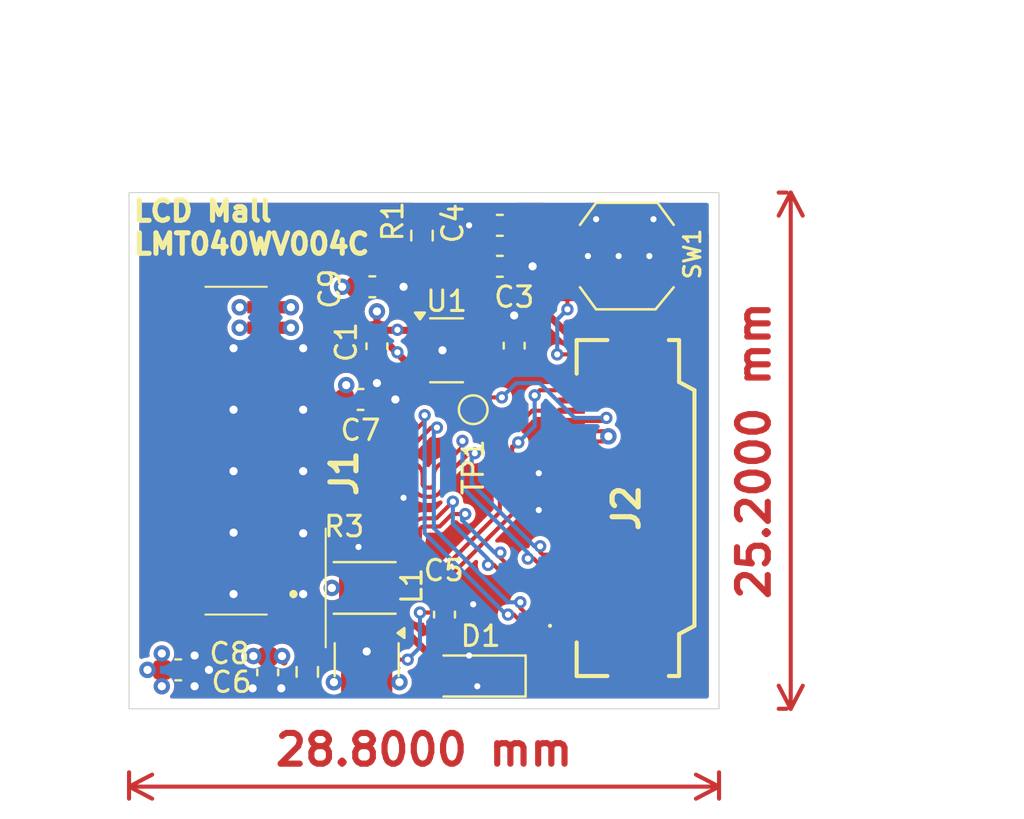
<source format=kicad_pcb>
(kicad_pcb (version 20240108) (generator "pcbnew") (generator_version "8.0")
  (layers (0 "F.Cu" signal) (1 "In1.Cu" signal) (2 "In2.Cu" signal) (31 "B.Cu" signal) (34 "B.Paste" user) (35 "F.Paste" user) (36 "B.SilkS" user "B.Silkscreen") (37 "F.SilkS" user "F.Silkscreen") (38 "B.Mask" user) (39 "F.Mask" user) (44 "Edge.Cuts" user))
  (net 0 "")
  (net 1 "GND")
  (net 2 "+3V3")
  (net 3 "Net-(U1-BP)")
  (net 19 "D1_P")
  (net 20 "CLK_C_N")
  (net 21 "D1_N")
  (net 22 "CLK_C_P")
  (net 23 "D0_P")
  (net 24 "D0_N")
  (net 25 "RST")
  (net 26 "Net-(D1-A)")
  (net 29 "LEDA")
  (net 30 "LEDK")
  (net 31 "+1V8")
  (net 36 "Net-(J2-Pad21)")
  (footprint "Inductor_SMD:L_Changjiang_FNR252010S" (layer "F.Cu") (at 77.8 68.7)
    (property "Reference" "L1" (at 2.3 -0.1 90) (layer "F.SilkS"))
    (property "Value" "22uH")
    (pad "1" smd rect (at -0.825 0) (size 0.85 2) (layers "F.Cu" "F.Paste" "F.Mask") (net 2 "+3V3"))
    (pad "2" smd rect (at 0.825 0) (size 0.85 2) (layers "F.Cu" "F.Paste" "F.Mask") (net 26 "Net-(D1-A)"))
  )
  (footprint "Resistor_SMD:R_0603_1608Metric" (layer "F.Cu") (at 80.6 51.5 90)
    (property "Reference" "R1" (at 0.7 -1.43 -90) (layer "F.SilkS"))
    (property "Value" "10k" (hide yes))
    (pad "1" smd roundrect (at -0.825 0 90) (size 0.8 0.95) (layers "F.Cu" "F.Paste" "F.Mask") (net 31 "+1V8"))
    (pad "2" smd roundrect (at 0.825 0 90) (size 0.8 0.95) (layers "F.Cu" "F.Paste" "F.Mask") (net 25 "RST"))
  )
  (footprint "Capacitor_SMD:C_0603_1608Metric" (layer "F.Cu") (at 85.1 56.875 90)
    (property "Reference" "C3" (at 2.375 0 0) (layer "F.SilkS"))
    (property "Value" "1uF")
    (pad "1" smd roundrect (at -0.775 0 90) (size 0.9 0.95) (layers "F.Cu" "F.Paste" "F.Mask") (net 3 "Net-(U1-BP)"))
    (pad "2" smd roundrect (at 0.775 0 90) (size 0.9 0.95) (layers "F.Cu" "F.Paste" "F.Mask") (net 1 "GND"))
  )
  (footprint "TestPoint:TestPoint_Pad_D1.0mm" (layer "F.Cu") (at 83.1 60)
    (property "Reference" "TP1" (at 0 2.8 90) (layer "F.SilkS"))
    (property "Value" "TestPoint")
    (pad "1" smd circle (at 0 0) (size 1 1) (layers "F.Cu" "F.Mask") (net 36 "Net-(J2-Pad21)"))
  )
  (footprint "Capacitor_SMD:C_0603_1608Metric" (layer "F.Cu") (at 77.6 59.5)
    (property "Reference" "C7" (at 0 1.5 0) (layer "F.SilkS"))
    (property "Value" "10nF")
    (pad "1" smd roundrect (at -0.775 0) (size 0.9 0.95) (layers "F.Cu" "F.Paste" "F.Mask") (net 2 "+3V3"))
    (pad "2" smd roundrect (at 0.775 0) (size 0.9 0.95) (layers "F.Cu" "F.Paste" "F.Mask") (net 1 "GND"))
  )
  (footprint "Capacitor_SMD:C_0603_1608Metric" (layer "F.Cu") (at 78.175 54)
    (property "Reference" "C9" (at -2.075 0.1 90) (layer "F.SilkS"))
    (property "Value" "10nF")
    (pad "1" smd roundrect (at -0.775 0) (size 0.9 0.95) (layers "F.Cu" "F.Paste" "F.Mask") (net 2 "+3V3"))
    (pad "2" smd roundrect (at 0.775 0) (size 0.9 0.95) (layers "F.Cu" "F.Paste" "F.Mask") (net 1 "GND"))
  )
  (footprint "custom:SW4-SMD-5.2X5.2X1.5MM" (layer "F.Cu") (at 90.6 52.5 180)
    (property "Reference" "SW1" (at -3.2 0.1 -90) (layer "F.SilkS") (effects (font (size 0.8 0.8) (thickness 0.15) (bold yes))))
    (property "Value" "SMD-BUTTON_4P-5.2X5.2X1.5MM-SKQGADE010_" (hide yes))
    (pad "1" smd rect (at -3 -1.85 180) (size 1 0.7) (layers "F.Cu" "F.Paste" "F.Mask") (net 25 "RST"))
    (pad "2" smd rect (at 3 -1.85 180) (size 1 0.7) (layers "F.Cu" "F.Paste" "F.Mask") (net 25 "RST"))
    (pad "3" smd rect (at -3 1.85 180) (size 1 0.7) (layers "F.Cu" "F.Paste" "F.Mask") (net 1 "GND"))
    (pad "4" smd rect (at 3 1.85 180) (size 1 0.7) (layers "F.Cu" "F.Paste" "F.Mask") (net 1 "GND"))
  )
  (footprint "Capacitor_SMD:C_0603_1608Metric" (layer "F.Cu") (at 78.4 56.9 -90)
    (property "Reference" "C1" (at -0.2 1.5 -90) (layer "F.SilkS"))
    (property "Value" "1uF")
    (pad "1" smd roundrect (at -0.775 0 270) (size 0.9 0.95) (layers "F.Cu" "F.Paste" "F.Mask") (net 2 "+3V3"))
    (pad "2" smd roundrect (at 0.775 0 270) (size 0.9 0.95) (layers "F.Cu" "F.Paste" "F.Mask") (net 1 "GND"))
  )
  (footprint "Capacitor_SMD:C_0603_1608Metric" (layer "F.Cu") (at 73.06875 72.825 -90)
    (property "Reference" "C6" (at 0.475 1.76875 180) (layer "F.SilkS"))
    (property "Value" "1uF")
    (pad "1" smd roundrect (at -0.775 0 270) (size 0.9 0.95) (layers "F.Cu" "F.Paste" "F.Mask") (net 2 "+3V3"))
    (pad "2" smd roundrect (at 0.775 0 270) (size 0.9 0.95) (layers "F.Cu" "F.Paste" "F.Mask") (net 1 "GND"))
  )
  (footprint "custom:117342485" (layer "F.Cu") (at 73.025 62 -90)
    (property "Reference" "J1" (at 1.1 -3.775 -90) (layer "F.SilkS") (effects (font (size 1.27 1.27) (thickness 0.254))))
    (property "Value" "1-1734248-5" (hide yes))
    (pad "1" smd rect (at 7 0.025 270) (size 0.6 1.85) (layers "F.Cu" "F.Paste" "F.Mask") (net 1 "GND"))
    (pad "2" smd rect (at 6 0.025 270) (size 0.6 1.85) (layers "F.Cu" "F.Paste" "F.Mask") (net 21 "D1_N"))
    (pad "3" smd rect (at 5 0.025 270) (size 0.6 1.85) (layers "F.Cu" "F.Paste" "F.Mask") (net 19 "D1_P"))
    (pad "4" smd rect (at 4 0.025 270) (size 0.6 1.85) (layers "F.Cu" "F.Paste" "F.Mask") (net 1 "GND"))
    (pad "5" smd rect (at 3 0.025 270) (size 0.6 1.85) (layers "F.Cu" "F.Paste" "F.Mask") (net 20 "CLK_C_N"))
    (pad "6" smd rect (at 2 0.025 270) (size 0.6 1.85) (layers "F.Cu" "F.Paste" "F.Mask") (net 22 "CLK_C_P"))
    (pad "7" smd rect (at 1 0.025 270) (size 0.6 1.85) (layers "F.Cu" "F.Paste" "F.Mask") (net 1 "GND"))
    (pad "8" smd rect (at 0 0.025 270) (size 0.6 1.85) (layers "F.Cu" "F.Paste" "F.Mask") (net 24 "D0_N"))
    (pad "9" smd rect (at -1 0.025 270) (size 0.6 1.85) (layers "F.Cu" "F.Paste" "F.Mask") (net 23 "D0_P"))
    (pad "10" smd rect (at -2 0.025 270) (size 0.6 1.85) (layers "F.Cu" "F.Paste" "F.Mask") (net 1 "GND"))
    (pad "11" smd rect (at -3 0.025 270) (size 0.6 1.85) (layers "F.Cu" "F.Paste" "F.Mask"))
    (pad "12" smd rect (at -4 0.025 270) (size 0.6 1.85) (layers "F.Cu" "F.Paste" "F.Mask"))
    (pad "13" smd rect (at -5 0.025 270) (size 0.6 1.85) (layers "F.Cu" "F.Paste" "F.Mask") (net 1 "GND"))
    (pad "14" smd rect (at -6 0.025 270) (size 0.6 1.85) (layers "F.Cu" "F.Paste" "F.Mask") (net 2 "+3V3"))
    (pad "15" smd rect (at -7 0.025 270) (size 0.6 1.85) (layers "F.Cu" "F.Paste" "F.Mask") (net 2 "+3V3"))
    (pad "16" smd rect (at 7 3.775 270) (size 0.6 1.65) (layers "F.Cu" "F.Paste" "F.Mask"))
    (pad "17" smd rect (at 6 3.775 270) (size 0.6 1.65) (layers "F.Cu" "F.Paste" "F.Mask"))
    (pad "18" smd rect (at 5 3.775 270) (size 0.6 1.65) (layers "F.Cu" "F.Paste" "F.Mask"))
    (pad "19" smd rect (at 4 3.775 270) (size 0.6 1.65) (layers "F.Cu" "F.Paste" "F.Mask"))
    (pad "20" smd rect (at 3 3.775 270) (size 0.6 1.65) (layers "F.Cu" "F.Paste" "F.Mask"))
    (pad "21" smd rect (at 2 3.775 270) (size 0.6 1.65) (layers "F.Cu" "F.Paste" "F.Mask"))
    (pad "22" smd rect (at 1 3.775 270) (size 0.6 1.65) (layers "F.Cu" "F.Paste" "F.Mask"))
    (pad "23" smd rect (at 0 3.775 270) (size 0.6 1.65) (layers "F.Cu" "F.Paste" "F.Mask"))
    (pad "24" smd rect (at -1 3.775 270) (size 0.6 1.65) (layers "F.Cu" "F.Paste" "F.Mask"))
    (pad "25" smd rect (at -2 3.775 270) (size 0.6 1.65) (layers "F.Cu" "F.Paste" "F.Mask"))
    (pad "26" smd rect (at -3 3.775 270) (size 0.6 1.65) (layers "F.Cu" "F.Paste" "F.Mask"))
    (pad "27" smd rect (at -4 3.775 270) (size 0.6 1.65) (layers "F.Cu" "F.Paste" "F.Mask"))
    (pad "28" smd rect (at -5 3.775 270) (size 0.6 1.65) (layers "F.Cu" "F.Paste" "F.Mask"))
    (pad "29" smd rect (at -6 3.775 270) (size 0.6 1.65) (layers "F.Cu" "F.Paste" "F.Mask"))
    (pad "30" smd rect (at -7 3.775 270) (size 0.6 1.65) (layers "F.Cu" "F.Paste" "F.Mask"))
  )
  (footprint "Capacitor_SMD:C_0603_1608Metric" (layer "F.Cu") (at 84.4 53)
    (property "Reference" "C2" (hide yes))
    (property "Value" "1uF")
    (pad "1" smd roundrect (at -0.775 0) (size 0.9 0.95) (layers "F.Cu" "F.Paste" "F.Mask") (net 31 "+1V8"))
    (pad "2" smd roundrect (at 0.775 0) (size 0.9 0.95) (layers "F.Cu" "F.Paste" "F.Mask") (net 1 "GND"))
  )
  (footprint "Capacitor_SMD:C_0603_1608Metric" (layer "F.Cu") (at 68.7 72.7)
    (property "Reference" "C8" (at 2.5 -0.8 0) (layer "F.SilkS"))
    (property "Value" "10nF")
    (pad "1" smd roundrect (at -0.775 0) (size 0.9 0.95) (layers "F.Cu" "F.Paste" "F.Mask") (net 2 "+3V3"))
    (pad "2" smd roundrect (at 0.775 0) (size 0.9 0.95) (layers "F.Cu" "F.Paste" "F.Mask") (net 1 "GND"))
  )
  (footprint "Package_TO_SOT_SMD:SOT-23-6" (layer "F.Cu") (at 77.9 72.2 -90)
    (property "Reference" "U3" (hide yes))
    (property "Value" "AP3127B")
    (pad "1" smd roundrect (at -1.1375 -0.949999 270) (size 1.325 0.6) (layers "F.Cu" "F.Paste" "F.Mask") (net 26 "Net-(D1-A)"))
    (pad "2" smd roundrect (at -1.1375 0 270) (size 1.325 0.6) (layers "F.Cu" "F.Paste" "F.Mask") (net 1 "GND"))
    (pad "3" smd roundrect (at -1.1375 0.949999 270) (size 1.325 0.6) (layers "F.Cu" "F.Paste" "F.Mask") (net 30 "LEDK"))
    (pad "4" smd roundrect (at 1.1375 0.949999 270) (size 1.325 0.6) (layers "F.Cu" "F.Paste" "F.Mask") (net 2 "+3V3"))
    (pad "5" smd roundrect (at 1.1375 0 270) (size 1.325 0.6) (layers "F.Cu" "F.Paste" "F.Mask") (net 29 "LEDA"))
    (pad "6" smd roundrect (at 1.1375 -0.949999 270) (size 1.325 0.6) (layers "F.Cu" "F.Paste" "F.Mask") (net 2 "+3V3"))
  )
  (footprint "Capacitor_SMD:C_0603_1608Metric" (layer "F.Cu") (at 81.7 70 -90)
    (property "Reference" "C5" (at -2.15 0.0375 180) (layer "F.SilkS"))
    (property "Value" "0.22uF" (hide yes))
    (pad "1" smd roundrect (at -0.775 0 270) (size 0.9 0.95) (layers "F.Cu" "F.Paste" "F.Mask") (net 29 "LEDA"))
    (pad "2" smd roundrect (at 0.775 0 270) (size 0.9 0.95) (layers "F.Cu" "F.Paste" "F.Mask") (net 1 "GND"))
  )
  (footprint "Package_TO_SOT_SMD:SOT-23-5" (layer "F.Cu") (at 81.8 57.1)
    (property "Reference" "U1" (at 0 -2.4 0) (layer "F.SilkS"))
    (property "Value" "RS3236-1.8FY5")
    (pad "1" smd roundrect (at -1.1375 -0.949999) (size 1.325 0.6) (layers "F.Cu" "F.Paste" "F.Mask") (net 2 "+3V3"))
    (pad "2" smd roundrect (at -1.1375 0) (size 1.325 0.6) (layers "F.Cu" "F.Paste" "F.Mask") (net 1 "GND"))
    (pad "3" smd roundrect (at -1.1375 0.949999) (size 1.325 0.6) (layers "F.Cu" "F.Paste" "F.Mask") (net 2 "+3V3"))
    (pad "4" smd roundrect (at 1.1375 0.949999) (size 1.325 0.6) (layers "F.Cu" "F.Paste" "F.Mask") (net 3 "Net-(U1-BP)"))
    (pad "5" smd roundrect (at 1.1375 -0.949999) (size 1.325 0.6) (layers "F.Cu" "F.Paste" "F.Mask") (net 31 "+1V8"))
  )
  (footprint "Resistor_SMD:R_0603_1608Metric" (layer "F.Cu") (at 75 72.8 -90)
    (property "Reference" "R3" (at -7.1 -1.8 180) (layer "F.SilkS"))
    (property "Value" "6R2 1%")
    (pad "1" smd roundrect (at -0.825 0 270) (size 0.8 0.95) (layers "F.Cu" "F.Paste" "F.Mask") (net 30 "LEDK"))
    (pad "2" smd roundrect (at 0.825 0 270) (size 0.8 0.95) (layers "F.Cu" "F.Paste" "F.Mask") (net 1 "GND"))
  )
  (footprint "Capacitor_SMD:C_0603_1608Metric" (layer "F.Cu") (at 84.4 51 180)
    (property "Reference" "C4" (at 2.3 0.1 -90) (layer "F.SilkS"))
    (property "Value" "1uF")
    (pad "1" smd roundrect (at -0.775 0 180) (size 0.9 0.95) (layers "F.Cu" "F.Paste" "F.Mask") (net 25 "RST"))
    (pad "2" smd roundrect (at 0.775 0 180) (size 0.9 0.95) (layers "F.Cu" "F.Paste" "F.Mask") (net 1 "GND"))
  )
  (footprint "custom:FFC2B3524G" (layer "F.Cu") (at 90.9 64.8 90)
    (property "Reference" "J2" (at 0 -0.325 90) (layer "F.SilkS") (effects (font (size 1.27 1.27) (thickness 0.254))))
    (property "Value" "FFC2B35-24-G" (hide yes))
    (pad "1" smd rect (at -5.75 -3 90) (size 0.3 1.3) (layers "F.Cu" "F.Paste" "F.Mask") (net 23 "D0_P"))
    (pad "2" smd rect (at -5.25 -3 90) (size 0.3 1.3) (layers "F.Cu" "F.Paste" "F.Mask") (net 24 "D0_N"))
    (pad "3" smd rect (at -4.75 -3 90) (size 0.3 1.3) (layers "F.Cu" "F.Paste" "F.Mask") (net 1 "GND"))
    (pad "4" smd rect (at -4.25 -3 90) (size 0.3 1.3) (layers "F.Cu" "F.Paste" "F.Mask") (net 19 "D1_P"))
    (pad "5" smd rect (at -3.75 -3 90) (size 0.3 1.3) (layers "F.Cu" "F.Paste" "F.Mask") (net 21 "D1_N"))
    (pad "6" smd rect (at -3.25 -3 90) (size 0.3 1.3) (layers "F.Cu" "F.Paste" "F.Mask") (net 1 "GND"))
    (pad "7" smd rect (at -2.75 -3 90) (size 0.3 1.3) (layers "F.Cu" "F.Paste" "F.Mask") (net 22 "CLK_C_P"))
    (pad "8" smd rect (at -2.25 -3 90) (size 0.3 1.3) (layers "F.Cu" "F.Paste" "F.Mask") (net 20 "CLK_C_N"))
    (pad "9" smd rect (at -1.75 -3 90) (size 0.3 1.3) (layers "F.Cu" "F.Paste" "F.Mask") (net 1 "GND"))
    (pad "10" smd rect (at -1.25 -3 90) (size 0.3 1.3) (layers "F.Cu" "F.Paste" "F.Mask"))
    (pad "11" smd rect (at -0.75 -3 90) (size 0.3 1.3) (layers "F.Cu" "F.Paste" "F.Mask"))
    (pad "12" smd rect (at -0.25 -3 90) (size 0.3 1.3) (layers "F.Cu" "F.Paste" "F.Mask") (net 1 "GND"))
    (pad "13" smd rect (at 0.25 -3 90) (size 0.3 1.3) (layers "F.Cu" "F.Paste" "F.Mask"))
    (pad "14" smd rect (at 0.75 -3 90) (size 0.3 1.3) (layers "F.Cu" "F.Paste" "F.Mask"))
    (pad "15" smd rect (at 1.25 -3 90) (size 0.3 1.3) (layers "F.Cu" "F.Paste" "F.Mask") (net 1 "GND"))
    (pad "16" smd rect (at 1.75 -3 90) (size 0.3 1.3) (layers "F.Cu" "F.Paste" "F.Mask") (net 31 "+1V8"))
    (pad "17" smd rect (at 2.25 -3 90) (size 0.3 1.3) (layers "F.Cu" "F.Paste" "F.Mask") (net 31 "+1V8"))
    (pad "18" smd rect (at 2.75 -3 90) (size 0.3 1.3) (layers "F.Cu" "F.Paste" "F.Mask") (net 25 "RST"))
    (pad "19" smd rect (at 3.25 -3 90) (size 0.3 1.3) (layers "F.Cu" "F.Paste" "F.Mask") (net 2 "+3V3"))
    (pad "20" smd rect (at 3.75 -3 90) (size 0.3 1.3) (layers "F.Cu" "F.Paste" "F.Mask") (net 2 "+3V3"))
    (pad "21" smd rect (at 4.25 -3 90) (size 0.3 1.3) (layers "F.Cu" "F.Paste" "F.Mask") (net 36 "Net-(J2-Pad21)"))
    (pad "22" smd rect (at 4.75 -3 90) (size 0.3 1.3) (layers "F.Cu" "F.Paste" "F.Mask") (net 30 "LEDK"))
    (pad "23" smd rect (at 5.25 -3 90) (size 0.3 1.3) (layers "F.Cu" "F.Paste" "F.Mask"))
    (pad "24" smd rect (at 5.75 -3 90) (size 0.3 1.3) (layers "F.Cu" "F.Paste" "F.Mask") (net 29 "LEDA"))
    (pad "MP1" smd rect (at -7.65 0.25 90) (size 1.8 2.2) (layers "F.Cu" "F.Paste" "F.Mask"))
    (pad "MP2" smd rect (at 7.65 0.25 90) (size 1.8 2.2) (layers "F.Cu" "F.Paste" "F.Mask"))
  )
  (footprint "Diode_SMD:D_SOD-123" (layer "F.Cu") (at 83.3 73 180)
    (property "Reference" "D1" (at -0.1625 1.95 180) (layer "F.SilkS"))
    (property "Value" "1N5819W")
    (pad "1" smd roundrect (at -1.65 0 180) (size 0.9 1.2) (layers "F.Cu" "F.Paste" "F.Mask") (net 29 "LEDA"))
    (pad "2" smd roundrect (at 1.65 0 180) (size 0.9 1.2) (layers "F.Cu" "F.Paste" "F.Mask") (net 26 "Net-(D1-A)"))
  )
  (gr_line (start 75.9 65.8) (end 75.9 71.6) (stroke (width 0.1)) (layer "F.SilkS"))
  (gr_line (start 66.3 74.6) (end 66.3 49.4) (stroke (width 0.05)) (layer "Edge.Cuts"))
  (gr_line (start 66.3 49.4) (end 95.1 49.4) (stroke (width 0.05)) (layer "Edge.Cuts"))
  (gr_line (start 95.1 49.4) (end 95.1 74.6) (stroke (width 0.05)) (layer "Edge.Cuts"))
  (gr_line (start 95.1 74.6) (end 66.3 74.6) (stroke (width 0.05)) (layer "Edge.Cuts"))
  (gr_text "LCD Mall\nLMT040WV004C" (at 66.4 52.5 0) (layer "F.SilkS") (effects (font (size 1 1) (thickness 0.25) (bold yes)) (justify left bottom)))
  (dimension (type aligned) (layer "F.Cu") (pts (xy 98.9 49.4) (xy 98.9 74.6)) (height 0.3) (gr_text "25,2000 mm" (at 96.8 62 90) (layer "F.Cu") (effects (font (size 1.5 1.5) (thickness 0.3)))) (format (prefix "") (suffix "") (units 3) (units_format 1) (precision 4)) (style (thickness 0.2) (arrow_length 1.27) (text_position_mode 0) (extension_height 0.58642) (extension_offset 0.5) keep_text_aligned))
  (dimension (type aligned) (layer "F.Cu") (pts (xy 66.3 77.2) (xy 95.1 77.2)) (height 1.2) (gr_text "28,8000 mm" (at 80.7 76.6 0) (layer "F.Cu") (effects (font (size 1.5 1.5) (thickness 0.3)))) (format (prefix "") (suffix "") (units 3) (units_format 1) (precision 4)) (style (thickness 0.2) (arrow_length 1.27) (text_position_mode 0) (extension_height 0.58642) (extension_offset 0.5) keep_text_aligned))
  (segment (start 73.06875 73.6) (end 73.73125 73.6) (width 0.35) (layer "F.Cu") (net 1))
  (segment (start 80.6625 57.1) (end 81.6 57.1) (width 0.35) (layer "F.Cu") (net 1))
  (segment (start 91.9 50.7) (end 91.85 50.65) (width 0.35) (layer "F.Cu") (net 1))
  (segment (start 69.475 73.475) (end 69.5 73.5) (width 0.35) (layer "F.Cu") (net 1))
  (segment (start 91.95 50.65) (end 91.9 50.7) (width 0.35) (layer "F.Cu") (net 1))
  (segment (start 78.375 59.5) (end 79.3 59.5) (width 0.35) (layer "F.Cu") (net 1))
  (segment (start 93.6 50.65) (end 91.95 50.65) (width 0.35) (layer "F.Cu") (net 1))
  (segment (start 69.475 72.7) (end 69.475 73.475) (width 0.35) (layer "F.Cu") (net 1))
  (segment (start 74.975 73.6) (end 75 73.625) (width 0.35) (layer "F.Cu") (net 1))
  (segment (start 87.9 65.05) (end 89.45 65.05) (width 0.2) (layer "F.Cu") (net 1))
  (segment (start 69.475 72.025) (end 69.5 72) (width 0.35) (layer "F.Cu") (net 1))
  (segment (start 89.35 68.05) (end 89.4 68) (width 0.2) (layer "F.Cu") (net 1))
  (segment (start 78.95 54) (end 79.7 54) (width 0.35) (layer "F.Cu") (net 1))
  (segment (start 89.35 69.55) (end 89.4 69.5) (width 0.2) (layer "F.Cu") (net 1))
  (segment (start 73 66) (end 74.229344 66) (width 0.35) (layer "F.Cu") (net 1))
  (segment (start 89.45 65.05) (end 89.6 64.9) (width 0.2) (layer "F.Cu") (net 1))
  (segment (start 89.25 63.55) (end 89.4 63.7) (width 0.2) (layer "F.Cu") (net 1))
  (segment (start 77.9 71.0625) (end 77.9 72) (width 0.2) (layer "F.Cu") (net 1))
  (segment (start 89.45 66.55) (end 89.6 66.4) (width 0.2) (layer "F.Cu") (net 1))
  (segment (start 85.1 56.1) (end 85.1 55.4) (width 0.35) (layer "F.Cu") (net 1))
  (segment (start 73.73125 73.6) (end 74.975 73.6) (width 0.35) (layer "F.Cu") (net 1))
  (segment (start 69.475 72.7) (end 70.2 72.7) (width 0.35) (layer "F.Cu") (net 1))
  (segment (start 78.4 57.675) (end 78.4 58.7) (width 0.35) (layer "F.Cu") (net 1))
  (segment (start 87.9 69.55) (end 89.35 69.55) (width 0.2) (layer "F.Cu") (net 1))
  (segment (start 89.1 50.7) (end 89.05 50.65) (width 0.35) (layer "F.Cu") (net 1))
  (segment (start 83.625 51) (end 82.9 51) (width 0.2) (layer "F.Cu") (net 1))
  (segment (start 69.475 72.7) (end 69.475 72.025) (width 0.35) (layer "F.Cu") (net 1))
  (segment (start 73.06875 73.6) (end 72.33125 73.6) (width 0.35) (layer "F.Cu") (net 1))
  (segment (start 87.9 63.55) (end 89.25 63.55) (width 0.2) (layer "F.Cu") (net 1))
  (segment (start 89.05 50.65) (end 87.6 50.65) (width 0.35) (layer "F.Cu") (net 1))
  (segment (start 87.9 68.05) (end 89.35 68.05) (width 0.2) (layer "F.Cu") (net 1))
  (segment (start 87.9 66.55) (end 89.45 66.55) (width 0.2) (layer "F.Cu") (net 1))
  (segment (start 85.175 53) (end 86 53) (width 0.35) (layer "F.Cu") (net 1))
  (segment (start 89.15 50.65) (end 89.1 50.7) (width 0.35) (layer "F.Cu") (net 1))
  (segment (start 91.85 50.65) (end 89.15 50.65) (width 0.35) (layer "F.Cu") (net 1))
  (via (at 86 53) (size 0.8) (drill 0.4) (layers "F.Cu" "B.Cu") (net 1))
  (via (at 73.73125 73.6) (size 0.8) (drill 0.4) (layers "F.Cu" "B.Cu") (net 1))
  (via (at 79.7 54) (size 0.8) (drill 0.4) (layers "F.Cu" "B.Cu") (net 1))
  (via (at 89.1 50.7) (size 0.6) (drill 0.3) (layers "F.Cu" "B.Cu") (net 1))
  (via (at 74.8 63) (size 0.8) (drill 0.4) (layers "F.Cu" "B.Cu") (net 1))
  (via (at 71.4 69) (size 0.8) (drill 0.4) (layers "F.Cu" "B.Cu") (net 1))
  (via (at 74.8 69) (size 0.8) (drill 0.4) (layers "F.Cu" "B.Cu") (net 1))
  (via (at 78.4 58.7) (size 0.8) (drill 0.4) (layers "F.Cu" "B.Cu") (net 1))
  (via (at 79.3 59.5) (size 0.8) (drill 0.4) (layers "F.Cu" "B.Cu") (net 1))
  (via (at 88.7 52.5) (size 0.6) (drill 0.3) (layers "F.Cu" "B.Cu") (net 1))
  (via (at 74.8 60) (size 0.8) (drill 0.4) (layers "F.Cu" "B.Cu") (net 1))
  (via (at 85.1 55.4) (size 0.8) (drill 0.4) (layers "F.Cu" "B.Cu") (net 1))
  (via (at 83.1 69.5) (size 0.6) (drill 0.3) (layers "F.Cu" "B.Cu") (net 1))
  (via (at 91.9 50.7) (size 0.6) (drill 0.3) (layers "F.Cu" "B.Cu") (net 1))
  (via (at 69.5 72) (size 0.8) (drill 0.4) (layers "F.Cu" "B.Cu") (net 1))
  (via (at 91.7 52.5) (size 0.6) (drill 0.3) (layers "F.Cu" "B.Cu") (net 1))
  (via (at 79.7 64.3) (size 0.6) (drill 0.3) (layers "F.Cu" "B.Cu") (net 1))
  (via (at 86.3 63.1) (size 0.6) (drill 0.3) (layers "F.Cu" "B.Cu") (net 1))
  (via (at 77.9 71.8) (size 0.8) (drill 0.4) (layers "F.Cu" "B.Cu") (net 1))
  (via (at 72.33125 73.6) (size 0.8) (drill 0.4) (layers "F.Cu" "B.Cu") (net 1))
  (via (at 86.3 64.9) (size 0.6) (drill 0.3) (layers "F.Cu" "B.Cu") (net 1))
  (via (at 81.6 57.1) (size 0.8) (drill 0.4) (layers "F.Cu" "B.Cu") (net 1))
  (via (at 74.8 66.031833) (size 0.8) (drill 0.4) (layers "F.Cu" "B.Cu") (net 1))
  (via (at 74.8 57) (size 0.8) (drill 0.4) (layers "F.Cu" "B.Cu") (net 1))
  (via (at 83.3 73.5) (size 0.6) (drill 0.3) (layers "F.Cu" "B.Cu") (net 1))
  (via (at 70.2 72.7) (size 0.8) (drill 0.4) (layers "F.Cu" "B.Cu") (net 1))
  (via (at 71.4 66) (size 0.8) (drill 0.4) (layers "F.Cu" "B.Cu") (net 1))
  (via (at 71.4 60) (size 0.8) (drill 0.4) (layers "F.Cu" "B.Cu") (net 1))
  (via (at 90.2 52.5) (size 0.6) (drill 0.3) (layers "F.Cu" "B.Cu") (net 1))
  (via (at 82.9 51) (size 0.6) (drill 0.3) (layers "F.Cu" "B.Cu") (net 1))
  (via (at 77.5 66.7) (size 0.6) (drill 0.3) (layers "F.Cu" "B.Cu") (net 1))
  (via (at 69.5 73.5) (size 0.8) (drill 0.4) (layers "F.Cu" "B.Cu") (net 1))
  (via (at 71.4 63) (size 0.8) (drill 0.4) (layers "F.Cu" "B.Cu") (net 1))
  (via (at 71.4 57) (size 0.8) (drill 0.4) (layers "F.Cu" "B.Cu") (net 1))
  (via (at 82.9 72) (size 0.6) (drill 0.3) (layers "F.Cu" "B.Cu") (net 1))
  (segment (start 76.3375 73.3375) (end 76.3 73.3) (width 0.2) (layer "F.Cu") (net 2))
  (segment (start 73.84375 72.05) (end 73.86875 72.025) (width 0.35) (layer "F.Cu") (net 2))
  (segment (start 89.45 61.05) (end 89.7 61.3) (width 0.2) (layer "F.Cu") (net 2))
  (segment (start 73 55) (end 71.7 55) (width 0.35) (layer "F.Cu") (net 2))
  (segment (start 79.375 56.125) (end 79.4 56.1) (width 0.35) (layer "F.Cu") (net 2))
  (segment (start 72.39375 72.05) (end 72.36875 72.025) (width 0.35) (layer "F.Cu") (net 2))
  (segment (start 76.825 58.875) (end 76.9 58.8) (width 0.35) (layer "F.Cu") (net 2))
  (segment (start 77.4 54) (end 76.7 54) (width 0.35) (layer "F.Cu") (net 2))
  (segment (start 79.425 56.125) (end 80.637499 56.125) (width 0.35) (layer "F.Cu") (net 2))
  (segment (start 67.925 71.925) (end 67.9 71.9) (width 0.35) (layer "F.Cu") (net 2))
  (segment (start 73 55) (end 74.2 55) (width 0.35) (layer "F.Cu") (net 2))
  (segment (start 67.925 72.7) (end 67.925 73.475) (width 0.35) (layer "F.Cu") (net 2))
  (segment (start 73 56) (end 71.7 56) (width 0.35) (layer "F.Cu") (net 2))
  (segment (start 73.06875 72.05) (end 72.39375 72.05) (width 0.35) (layer "F.Cu") (net 2))
  (segment (start 79.4 56.1) (end 79.425 56.125) (width 0.35) (layer "F.Cu") (net 2))
  (segment (start 89.45 61.55) (end 89.7 61.3) (width 0.2) (layer "F.Cu") (net 2))
  (segment (start 87.9 61.55) (end 89.45 61.55) (width 0.2) (layer "F.Cu") (net 2))
  (segment (start 78.849999 73.3375) (end 79.4625 73.3375) (width 0.2) (layer "F.Cu") (net 2))
  (segment (start 87.9 61.05) (end 89.45 61.05) (width 0.2) (layer "F.Cu") (net 2))
  (segment (start 79.353382 57.2) (end 78.4 56.246618) (width 0.35) (layer "F.Cu") (net 2))
  (segment (start 78.4 56.125) (end 78.4 55.2) (width 0.35) (layer "F.Cu") (net 2))
  (segment (start 76.975 68.7) (end 76.2 68.7) (width 0.35) (layer "F.Cu") (net 2))
  (segment (start 79.4 57.2) (end 79.353382 57.2) (width 0.35) (layer "F.Cu") (net 2))
  (segment (start 78.4 56.125) (end 79.375 56.125) (width 0.35) (layer "F.Cu") (net 2))
  (segment (start 73 56) (end 74.2 56) (width 0.35) (layer "F.Cu") (net 2))
  (segment (start 67.925 72.7) (end 67.2 72.7) (width 0.35) (layer "F.Cu") (net 2))
  (segment (start 67.925 73.475) (end 67.9 73.5) (width 0.35) (layer "F.Cu") (net 2))
  (segment (start 73.86875 72.025) (end 73.86875 72.312499) (width 0.35) (layer "F.Cu") (net 2))
  (segment (start 73.06875 72.05) (end 73.84375 72.05) (width 0.35) (layer "F.Cu") (net 2))
  (segment (start 76.950001 73.3375) (end 76.3375 73.3375) (width 0.2) (layer "F.Cu") (net 2))
  (segment (start 67.925 72.7) (end 67.925 71.925) (width 0.35) (layer "F.Cu") (net 2))
  (segment (start 80.203381 58.049999) (end 79.4 57.246618) (width 0.35) (layer "F.Cu") (net 2))
  (segment (start 79.4625 73.3375) (end 79.5 73.3) (width 0.2) (layer "F.Cu") (net 2))
  (segment (start 76.825 59.5) (end 76.825 58.875) (width 0.35) (layer "F.Cu") (net 2))
  (segment (start 79.4 57.246618) (end 79.4 57.2) (width 0.35) (layer "F.Cu") (net 2))
  (via (at 74.2 56) (size 0.8) (drill 0.4) (layers "F.Cu" "B.Cu") (net 2))
  (via (at 73.76875 72.025) (size 0.8) (drill 0.4) (layers "F.Cu" "B.Cu") (net 2))
  (via (at 71.7 56) (size 0.8) (drill 0.4) (layers "F.Cu" "B.Cu") (net 2))
  (via (at 71.7 55) (size 0.8) (drill 0.4) (layers "F.Cu" "B.Cu") (net 2))
  (via (at 67.9 73.5) (size 0.8) (drill 0.4) (layers "F.Cu" "B.Cu") (net 2))
  (via (at 74.2 55) (size 0.8) (drill 0.4) (layers "F.Cu" "B.Cu") (net 2))
  (via (at 78.4 55.2) (size 0.8) (drill 0.4) (layers "F.Cu" "B.Cu") (net 2))
  (via (at 67.9 71.9) (size 0.8) (drill 0.4) (layers "F.Cu" "B.Cu") (net 2))
  (via (at 76.2 68.7) (size 0.8) (drill 0.4) (layers "F.Cu" "B.Cu") (net 2))
  (via (at 72.36875 72.025) (size 0.8) (drill 0.4) (layers "F.Cu" "B.Cu") (net 2))
  (via (at 79.5 73.3) (size 0.8) (drill 0.4) (layers "F.Cu" "B.Cu") (net 2))
  (via (at 76.7 54) (size 0.8) (drill 0.4) (layers "F.Cu" "B.Cu") (net 2))
  (via (at 76.3 73.3) (size 0.8) (drill 0.4) (layers "F.Cu" "B.Cu") (net 2))
  (via (at 79.4 57.2) (size 0.6) (drill 0.3) (layers "F.Cu" "B.Cu") (net 2))
  (via (at 89.7 61.3) (size 0.8) (drill 0.4) (layers "F.Cu" "B.Cu") (net 2))
  (via (at 76.9 58.8) (size 0.8) (drill 0.4) (layers "F.Cu" "B.Cu") (net 2))
  (via (at 67.2 72.7) (size 0.8) (drill 0.4) (layers "F.Cu" "B.Cu") (net 2))
  (via (at 79.4 56.1) (size 0.6) (drill 0.3) (layers "F.Cu" "B.Cu") (net 2))
  (segment (start 82.9375 58.049999) (end 84.700001 58.049999) (width 0.2) (layer "F.Cu") (net 3))
  (segment (start 84.700001 58.049999) (end 85.1 57.65) (width 0.2) (layer "F.Cu") (net 3))
  (segment (start 80.100907 65.9) (end 80.100907 66.2) (width 0.2) (layer "F.Cu") (net 19))
  (segment (start 86.125 69.025) (end 86.899999 69.025) (width 0.2) (layer "F.Cu") (net 19))
  (segment (start 79.900907 66.4) (end 79.700907 66.4) (width 0.2) (layer "F.Cu") (net 19))
  (segment (start 77.2 65.3) (end 75.225 67.275) (width 0.2) (layer "F.Cu") (net 19))
  (segment (start 77.975907 65.3) (end 77.625907 65.3) (width 0.2) (layer "F.Cu") (net 19))
  (segment (start 75.225 67.275) (end 74.662501 67.275) (width 0.2) (layer "F.Cu") (net 19))
  (segment (start 85.6 68.5) (end 86.125 69.025) (width 0.2) (layer "F.Cu") (net 19))
  (segment (start 77.625907 65.3) (end 77.2 65.3) (width 0.2) (layer "F.Cu") (net 19))
  (segment (start 74.387501 67) (end 73 67) (width 0.2) (layer "F.Cu") (net 19))
  (segment (start 81.298958 65.3) (end 80.700907 65.3) (width 0.2) (layer "F.Cu") (net 19))
  (segment (start 79.500907 65.9) (end 79.500907 65.175) (width 0.2) (layer "F.Cu") (net 19))
  (segment (start 86.924999 69.05) (end 87.9 69.05) (width 0.2) (layer "F.Cu") (net 19))
  (segment (start 85.031371 68.5) (end 85.6 68.5) (width 0.2) (layer "F.Cu") (net 19))
  (segment (start 74.662501 67.275) (end 74.387501 67) (width 0.2) (layer "F.Cu") (net 19))
  (segment (start 83.824264 67.575736) (end 84.107107 67.575736) (width 0.2) (layer "F.Cu") (net 19))
  (segment (start 78.975907 64.65) (end 78.625907 64.65) (width 0.2) (layer "F.Cu") (net 19))
  (segment (start 79.500907 66.2) (end 79.500907 65.9) (width 0.2) (layer "F.Cu") (net 19))
  (segment (start 84.107107 67.575736) (end 85.031371 68.5) (width 0.2) (layer "F.Cu") (net 19))
  (segment (start 86.899999 69.025) (end 86.924999 69.05) (width 0.2) (layer "F.Cu") (net 19))
  (segment (start 82.107015 64.491943) (end 81.298958 65.3) (width 0.2) (layer "F.Cu") (net 19))
  (via (at 82.107015 64.491943) (size 0.6) (drill 0.3) (layers "F.Cu" "B.Cu") (net 19))
  (via (at 83.824264 67.575736) (size 0.6) (drill 0.3) (layers "F.Cu" "B.Cu") (net 19))
  (arc (start 80.700907 65.3) (mid 80.276643 65.475736) (end 80.100907 65.9) (width 0.2) (layer "F.Cu") (net 19))
  (arc (start 80.100907 66.2) (mid 80.042328 66.341421) (end 79.900907 66.4) (width 0.2) (layer "F.Cu") (net 19))
  (arc (start 78.625907 64.65) (mid 78.254676 64.803769) (end 78.100907 65.175) (width 0.2) (layer "F.Cu") (net 19))
  (arc (start 78.100907 65.175) (mid 78.064295 65.263388) (end 77.975907 65.3) (width 0.2) (layer "F.Cu") (net 19))
  (arc (start 79.500907 65.175) (mid 79.347138 64.803769) (end 78.975907 64.65) (width 0.2) (layer "F.Cu") (net 19))
  (arc (start 79.700907 66.4) (mid 79.559486 66.341421) (end 79.500907 66.2) (width 0.2) (layer "F.Cu") (net 19))
  (segment (start 82.107015 65.575644) (end 83.824264 67.292893) (width 0.2) (layer "B.Cu") (net 19))
  (segment (start 83.824264 67.292893) (end 83.824264 67.575736) (width 0.2) (layer "B.Cu") (net 19))
  (segment (start 82.107015 64.491943) (end 82.107015 65.575644) (width 0.2) (layer "B.Cu") (net 19))
  (segment (start 86.367272 66.66623) (end 86.367272 66.949073) (width 0.2) (layer "F.Cu") (net 20))
  (segment (start 78.175 63.025) (end 77.976123 63.223877) (width 0.2) (layer "F.Cu") (net 20))
  (segment (start 81.9932 63.025) (end 81.8068 63.025) (width 0.2) (layer "F.Cu") (net 20))
  (segment (start 77.976123 63.223877) (end 76.475 64.725) (width 0.2) (layer "F.Cu") (net 20))
  (segment (start 80.0068 63.025) (end 79.8068 63.025) (width 0.2) (layer "F.Cu") (net 20))
  (segment (start 79.8068 63.025) (end 78.175 63.025) (width 0.2) (layer "F.Cu") (net 20))
  (segment (start 76.475 64.725) (end 74.662501 64.725) (width 0.2) (layer "F.Cu") (net 20))
  (segment (start 83.177138 62.123904) (end 82.894295 62.123904) (width 0.2) (layer "F.Cu") (net 20))
  (segment (start 80.1818 63.625) (end 80.1818 63.2) (width 0.2) (layer "F.Cu") (net 20))
  (segment (start 74.387501 65) (end 73 65) (width 0.2) (layer "F.Cu") (net 20))
  (segment (start 74.662501 64.725) (end 74.387501 65) (width 0.2) (layer "F.Cu") (net 20))
  (segment (start 86.493199 67.075) (end 86.899999 67.075) (width 0.2) (layer "F.Cu") (net 20))
  (segment (start 81.6318 63.2) (end 81.6318 63.625) (width 0.2) (layer "F.Cu") (net 20))
  (segment (start 86.924999 67.05) (end 87.9 67.05) (width 0.2) (layer "F.Cu") (net 20))
  (segment (start 86.899999 67.075) (end 86.924999 67.05) (width 0.2) (layer "F.Cu") (net 20))
  (segment (start 81.0068 64.25) (end 80.8068 64.25) (width 0.2) (layer "F.Cu") (net 20))
  (segment (start 82.894295 62.123904) (end 81.9932 63.025) (width 0.2) (layer "F.Cu") (net 20))
  (segment (start 86.367272 66.949073) (end 86.493199 67.075) (width 0.2) (layer "F.Cu") (net 20))
  (via (at 86.367272 66.66623) (size 0.6) (drill 0.3) (layers "F.Cu" "B.Cu") (net 20))
  (via (at 83.177138 62.123904) (size 0.6) (drill 0.3) (layers "F.Cu" "B.Cu") (net 20))
  (arc (start 81.8068 63.025) (mid 81.683056 63.076256) (end 81.6318 63.2) (width 0.2) (layer "F.Cu") (net 20))
  (arc (start 80.1818 63.2) (mid 80.130544 63.076256) (end 80.0068 63.025) (width 0.2) (layer "F.Cu") (net 20))
  (arc (start 80.8068 64.25) (mid 80.364858 64.066942) (end 80.1818 63.625) (width 0.2) (layer "F.Cu") (net 20))
  (arc (start 81.6318 63.625) (mid 81.448742 64.066942) (end 81.0068 64.25) (width 0.2) (layer "F.Cu") (net 20))
  (segment (start 86.084429 66.66623) (end 86.367272 66.66623) (width 0.2) (layer "B.Cu") (net 20))
  (segment (start 83.026097 62.274945) (end 83.026097 63.607897) (width 0.2) (layer "B.Cu") (net 20))
  (segment (start 83.177138 62.123904) (end 83.026097 62.274945) (width 0.2) (layer "B.Cu") (net 20))
  (segment (start 83.026097 63.607897) (end 86.084429 66.66623) (width 0.2) (layer "B.Cu") (net 20))
  (segment (start 82.071659 65.092985) (end 81.464644 65.7) (width 0.2) (layer "F.Cu") (net 21))
  (segment (start 77.625907 65.7) (end 77.365686 65.7) (width 0.2) (layer "F.Cu") (net 21))
  (segment (start 77.365686 65.7) (end 75.340686 67.725) (width 0.2) (layer "F.Cu") (net 21))
  (segment (start 74.387501 68) (end 73 68) (width 0.2) (layer "F.Cu") (net 21))
  (segment (start 79.100907 66.2) (end 79.100907 65.9) (width 0.2) (layer "F.Cu") (net 21))
  (segment (start 74.662501 67.725) (end 74.387501 68) (width 0.2) (layer "F.Cu") (net 21))
  (segment (start 84.425306 67.225306) (end 85.3 68.1) (width 0.2) (layer "F.Cu") (net 21))
  (segment (start 79.900907 66.8) (end 79.700907 66.8) (width 0.2) (layer "F.Cu") (net 21))
  (segment (start 80.500907 65.9) (end 80.500907 66.2) (width 0.2) (layer "F.Cu") (net 21))
  (segment (start 78.975907 65.05) (end 78.625907 65.05) (width 0.2) (layer "F.Cu") (net 21))
  (segment (start 86.924999 68.55) (end 87.9 68.55) (width 0.2) (layer "F.Cu") (net 21))
  (segment (start 77.975907 65.7) (end 77.625907 65.7) (width 0.2) (layer "F.Cu") (net 21))
  (segment (start 85.3 68.1) (end 85.8 68.1) (width 0.2) (layer "F.Cu") (net 21))
  (segment (start 81.464644 65.7) (end 80.700907 65.7) (width 0.2) (layer "F.Cu") (net 21))
  (segment (start 82.708057 65.092985) (end 82.071659 65.092985) (width 0.2) (layer "F.Cu") (net 21))
  (segment (start 86.899999 68.575) (end 86.924999 68.55) (width 0.2) (layer "F.Cu") (net 21))
  (segment (start 79.100907 65.9) (end 79.100907 65.175) (width 0.2) (layer "F.Cu") (net 21))
  (segment (start 85.8 68.1) (end 86.275 68.575) (width 0.2) (layer "F.Cu") (net 21))
  (segment (start 86.275 68.575) (end 86.899999 68.575) (width 0.2) (layer "F.Cu") (net 21))
  (segment (start 75.340686 67.725) (end 74.662501 67.725) (width 0.2) (layer "F.Cu") (net 21))
  (segment (start 84.425306 66.974694) (end 84.425306 67.225306) (width 0.2) (layer "F.Cu") (net 21))
  (via (at 84.425306 66.974694) (size 0.6) (drill 0.3) (layers "F.Cu" "B.Cu") (net 21))
  (via (at 82.708057 65.092985) (size 0.6) (drill 0.3) (layers "F.Cu" "B.Cu") (net 21))
  (arc (start 78.625907 65.05) (mid 78.537519 65.086612) (end 78.500907 65.175) (width 0.2) (layer "F.Cu") (net 21))
  (arc (start 80.700907 65.7) (mid 80.559486 65.758579) (end 80.500907 65.9) (width 0.2) (layer "F.Cu") (net 21))
  (arc (start 78.500907 65.175) (mid 78.347138 65.546231) (end 77.975907 65.7) (width 0.2) (layer "F.Cu") (net 21))
  (arc (start 80.500907 66.2) (mid 80.325171 66.624264) (end 79.900907 66.8) (width 0.2) (layer "F.Cu") (net 21))
  (arc (start 79.700907 66.8) (mid 79.276643 66.624264) (end 79.100907 66.2) (width 0.2) (layer "F.Cu") (net 21))
  (arc (start 79.100907 65.175) (mid 79.064295 65.086612) (end 78.975907 65.05) (width 0.2) (layer "F.Cu") (net 21))
  (segment (start 82.557016 65.389247) (end 84.142463 66.974694) (width 0.2) (layer "B.Cu") (net 21))
  (segment (start 82.708057 65.092985) (end 82.557016 65.244026) (width 0.2) (layer "B.Cu") (net 21))
  (segment (start 84.142463 66.974694) (end 84.425306 66.974694) (width 0.2) (layer "B.Cu") (net 21))
  (segment (start 82.557016 65.244026) (end 82.557016 65.389247) (width 0.2) (layer "B.Cu") (net 21))
  (segment (start 80.0068 62.575) (end 79.8068 62.575) (width 0.2) (layer "F.Cu") (net 22))
  (segment (start 82.576096 61.805705) (end 81.8068 62.575) (width 0.2) (layer "F.Cu") (net 22))
  (segment (start 74.387501 64) (end 73 64) (width 0.2) (layer "F.Cu") (net 22))
  (segment (start 76.265901 64.275) (end 74.662501 64.275) (width 0.2) (layer "F.Cu") (net 22))
  (segment (start 85.76623 67.267272) (end 86.049073 67.267272) (width 0.2) (layer "F.Cu") (net 22))
  (segment (start 80.6318 63.625) (end 80.6318 63.2) (width 0.2) (layer "F.Cu") (net 22))
  (segment (start 74.662501 64.275) (end 74.387501 64) (width 0.2) (layer "F.Cu") (net 22))
  (segment (start 77.646574 62.894327) (end 76.265901 64.275) (width 0.2) (layer "F.Cu") (net 22))
  (segment (start 77.965901 62.575) (end 77.646574 62.894327) (width 0.2) (layer "F.Cu") (net 22))
  (segment (start 86.899999 67.525) (end 86.924999 67.55) (width 0.2) (layer "F.Cu") (net 22))
  (segment (start 86.049073 67.267272) (end 86.306801 67.525) (width 0.2) (layer "F.Cu") (net 22))
  (segment (start 86.924999 67.55) (end 87.9 67.55) (width 0.2) (layer "F.Cu") (net 22))
  (segment (start 81.1818 63.2) (end 81.1818 63.625) (width 0.2) (layer "F.Cu") (net 22))
  (segment (start 86.306801 67.525) (end 86.899999 67.525) (width 0.2) (layer "F.Cu") (net 22))
  (segment (start 81.0068 63.8) (end 80.8068 63.8) (width 0.2) (layer "F.Cu") (net 22))
  (segment (start 79.8068 62.575) (end 77.965901 62.575) (width 0.2) (layer "F.Cu") (net 22))
  (segment (start 82.576096 61.522862) (end 82.576096 61.805705) (width 0.2) (layer "F.Cu") (net 22))
  (via (at 85.76623 67.267272) (size 0.6) (drill 0.3) (layers "F.Cu" "B.Cu") (net 22))
  (via (at 82.576096 61.522862) (size 0.6) (drill 0.3) (layers "F.Cu" "B.Cu") (net 22))
  (arc (start 81.1818 63.625) (mid 81.130544 63.748744) (end 81.0068 63.8) (width 0.2) (layer "F.Cu") (net 22))
  (arc (start 80.8068 63.8) (mid 80.683056 63.748744) (end 80.6318 63.625) (width 0.2) (layer "F.Cu") (net 22))
  (arc (start 81.8068 62.575) (mid 81.364858 62.758058) (end 81.1818 63.2) (width 0.2) (layer "F.Cu") (net 22))
  (arc (start 80.6318 63.2) (mid 80.448742 62.758058) (end 80.0068 62.575) (width 0.2) (layer "F.Cu") (net 22))
  (segment (start 82.576096 63.794296) (end 85.76623 66.984429) (width 0.2) (layer "B.Cu") (net 22))
  (segment (start 82.576096 61.522862) (end 82.576096 63.794296) (width 0.2) (layer "B.Cu") (net 22))
  (segment (start 85.76623 66.984429) (end 85.76623 67.267272) (width 0.2) (layer "B.Cu") (net 22))
  (segment (start 85.606801 70.525) (end 86.899999 70.525) (width 0.2) (layer "F.Cu") (net 23))
  (segment (start 84.799479 70.000521) (end 85.082322 70.000521) (width 0.2) (layer "F.Cu") (net 23))
  (segment (start 74.387501 61) (end 74.662501 61.275) (width 0.2) (layer "F.Cu") (net 23))
  (segment (start 86.924999 70.55) (end 87.9 70.55) (width 0.2) (layer "F.Cu") (net 23))
  (segment (start 73 61) (end 74.387501 61) (width 0.2) (layer "F.Cu") (net 23))
  (segment (start 86.899999 70.525) (end 86.924999 70.55) (width 0.2) (layer "F.Cu") (net 23))
  (segment (start 85.082322 70.000521) (end 85.606801 70.525) (width 0.2) (layer "F.Cu") (net 23))
  (segment (start 74.662501 61.275) (end 80.0068 61.275) (width 0.2) (layer "F.Cu") (net 23))
  (segment (start 80.728264 60.553537) (end 80.728264 60.270694) (width 0.2) (layer "F.Cu") (net 23))
  (segment (start 80.0068 61.275) (end 80.728264 60.553537) (width 0.2) (layer "F.Cu") (net 23))
  (via (at 84.799479 70.000521) (size 0.6) (drill 0.3) (layers "F.Cu" "B.Cu") (net 23))
  (via (at 80.728264 60.270694) (size 0.6) (drill 0.3) (layers "F.Cu" "B.Cu") (net 23))
  (segment (start 84.700521 70.000521) (end 84.799479 70.000521) (width 0.2) (layer "B.Cu") (net 23))
  (segment (start 80.728264 60.270694) (end 80.728264 66.028264) (width 0.2) (layer "B.Cu") (net 23))
  (segment (start 80.728264 66.028264) (end 84.700521 70.000521) (width 0.2) (layer "B.Cu") (net 23))
  (segment (start 85.793199 70.075) (end 86.899999 70.075) (width 0.2) (layer "F.Cu") (net 24))
  (segment (start 73 62) (end 74.387501 62) (width 0.2) (layer "F.Cu") (net 24))
  (segment (start 85.400521 69.682322) (end 85.793199 70.075) (width 0.2) (layer "F.Cu") (net 24))
  (segment (start 74.387501 62) (end 74.662501 61.725) (width 0.2) (layer "F.Cu") (net 24))
  (segment (start 86.899999 70.075) (end 86.924999 70.05) (width 0.2) (layer "F.Cu") (net 24))
  (segment (start 81.046463 60.871736) (end 81.329306 60.871736) (width 0.2) (layer "F.Cu") (net 24))
  (segment (start 74.662501 61.725) (end 80.1932 61.725) (width 0.2) (layer "F.Cu") (net 24))
  (segment (start 85.400521 69.399479) (end 85.400521 69.682322) (width 0.2) (layer "F.Cu") (net 24))
  (segment (start 80.1932 61.725) (end 81.046463 60.871736) (width 0.2) (layer "F.Cu") (net 24))
  (segment (start 86.924999 70.05) (end 87.9 70.05) (width 0.2) (layer "F.Cu") (net 24))
  (via (at 85.400521 69.399479) (size 0.6) (drill 0.3) (layers "F.Cu" "B.Cu") (net 24))
  (via (at 81.329306 60.871736) (size 0.6) (drill 0.3) (layers "F.Cu" "B.Cu") (net 24))
  (segment (start 81.178265 61.022777) (end 81.178265 65.778265) (width 0.2) (layer "B.Cu") (net 24))
  (segment (start 84.799479 69.399479) (end 85.400521 69.399479) (width 0.2) (layer "B.Cu") (net 24))
  (segment (start 81.178265 65.778265) (end 84.799479 69.399479) (width 0.2) (layer "B.Cu") (net 24))
  (segment (start 81.329306 60.871736) (end 81.178265 61.022777) (width 0.2) (layer "B.Cu") (net 24))
  (segment (start 81.525 50.675) (end 82 50.2) (width 0.2) (layer "F.Cu") (net 25))
  (segment (start 90.6 60) (end 87.9 57.3) (width 0.2) (layer "F.Cu") (net 25))
  (segment (start 90.15 62.05) (end 90.6 61.6) (width 0.2) (layer "F.Cu") (net 25))
  (segment (start 87.7 53.525) (end 85.175 51) (width 0.2) (layer "F.Cu") (net 25))
  (segment (start 90.6 61.6) (end 90.6 60) (width 0.2) (layer "F.Cu") (net 25))
  (segment (start 87.7 55.1) (end 87.7 53.525) (width 0.2) (layer "F.Cu") (net 25))
  (segment (start 87.9 62.05) (end 90.15 62.05) (width 0.2) (layer "F.Cu") (net 25))
  (segment (start 85.175 50.475) (end 85.175 51) (width 0.2) (layer "F.Cu") (net 25))
  (segment (start 80.6 50.675) (end 81.525 50.675) (width 0.2) (layer "F.Cu") (net 25))
  (segment (start 87.6 54.35) (end 93.6 54.35) (width 0.35) (layer "F.Cu") (net 25))
  (segment (start 87.9 57.3) (end 87.2 57.3) (width 0.2) (layer "F.Cu") (net 25))
  (segment (start 82 50.2) (end 84.9 50.2) (width 0.2) (layer "F.Cu") (net 25))
  (segment (start 84.9 50.2) (end 85.175 50.475) (width 0.2) (layer "F.Cu") (net 25))
  (via (at 87.7 55.1) (size 0.6) (drill 0.3) (layers "F.Cu" "B.Cu") (net 25))
  (via (at 87.2 57.3) (size 0.6) (drill 0.3) (layers "F.Cu" "B.Cu") (net 25))
  (segment (start 87.2 55.6) (end 87.2 57.3) (width 0.2) (layer "B.Cu") (net 25))
  (segment (start 87.7 55.1) (end 87.2 55.6) (width 0.2) (layer "B.Cu") (net 25))
  (segment (start 78.849999 68.924999) (end 78.625 68.7) (width 0.35) (layer "F.Cu") (net 26))
  (segment (start 81.65 72.65) (end 81.65 73) (width 0.35) (layer "F.Cu") (net 26))
  (segment (start 78.849999 71.0625) (end 80.0625 71.0625) (width 0.35) (layer "F.Cu") (net 26))
  (segment (start 80.0625 71.0625) (end 81.65 72.65) (width 0.35) (layer "F.Cu") (net 26))
  (segment (start 78.849999 71.0625) (end 78.849999 68.924999) (width 0.35) (layer "F.Cu") (net 26))
  (segment (start 81.7 69.225) (end 81.7 68.4) (width 0.2) (layer "F.Cu") (net 29))
  (segment (start 85.1 61.8) (end 85.3 61.6) (width 0.2) (layer "F.Cu") (net 29))
  (segment (start 85 61.8) (end 85.1 61.8) (width 0.2) (layer "F.Cu") (net 29))
  (segment (start 77.9 73.3375) (end 77.9 72.878381) (width 0.2) (layer "F.Cu") (net 29))
  (segment (start 86.35 59.05) (end 87.9 59.05) (width 0.2) (layer "F.Cu") (net 29))
  (segment (start 78.578381 72.2) (end 79.9 72.2) (width 0.2) (layer "F.Cu") (net 29))
  (segment (start 86.1 59.3) (end 86.35 59.05) (width 0.2) (layer "F.Cu") (net 29))
  (segment (start 84.95 72.475) (end 81.7 69.225) (width 0.2) (layer "F.Cu") (net 29))
  (segment (start 80.5 69.9) (end 81.025 69.9) (width 0.2) (layer "F.Cu") (net 29))
  (segment (start 77.9 72.878381) (end 78.578381 72.2) (width 0.2) (layer "F.Cu") (net 29))
  (segment (start 85 65.1) (end 85 61.8) (width 0.2) (layer "F.Cu") (net 29))
  (segment (start 81.7 68.4) (end 85 65.1) (width 0.2) (layer "F.Cu") (net 29))
  (segment (start 81.025 69.9) (end 81.7 69.225) (width 0.2) (layer "F.Cu") (net 29))
  (segment (start 84.95 73) (end 84.95 72.475) (width 0.2) (layer "F.Cu") (net 29))
  (via (at 86.1 59.3) (size 0.6) (drill 0.3) (layers "F.Cu" "B.Cu") (net 29))
  (via (at 79.9 72.2) (size 0.6) (drill 0.3) (layers "F.Cu" "B.Cu") (net 29))
  (via (at 85.3 61.6) (size 0.6) (drill 0.3) (layers "F.Cu" "B.Cu") (net 29))
  (via (at 80.5 69.9) (size 0.6) (drill 0.3) (layers "F.Cu" "B.Cu") (net 29))
  (segment (start 85.3 61.6) (end 86.1 60.8) (width 0.2) (layer "B.Cu") (net 29))
  (segment (start 86.1 60.8) (end 86.1 59.3) (width 0.2) (layer "B.Cu") (net 29))
  (segment (start 80.5 71.6) (end 80.5 69.9) (width 0.2) (layer "B.Cu") (net 29))
  (segment (start 79.9 72.2) (end 80.5 71.6) (width 0.2) (layer "B.Cu") (net 29))
  (segment (start 81.4 68) (end 84.4 65) (width 0.2) (layer "F.Cu") (net 30))
  (segment (start 85.981371 60.05) (end 87.9 60.05) (width 0.2) (layer "F.Cu") (net 30))
  (segment (start 84.4 65) (end 84.4 61.631371) (width 0.2) (layer "F.Cu") (net 30))
  (segment (start 76.037501 71.975) (end 76.950001 71.0625) (width 0.35) (layer "F.Cu") (net 30))
  (segment (start 79.95 68) (end 81.4 68) (width 0.2) (layer "F.Cu") (net 30))
  (segment (start 79.35 67.4) (end 79.95 68) (width 0.2) (layer "F.Cu") (net 30))
  (segment (start 75 71.975) (end 76.037501 71.975) (width 0.35) (layer "F.Cu") (net 30))
  (segment (start 76.950001 71.0625) (end 76.950001 70.649999) (width 0.2) (layer "F.Cu") (net 30))
  (segment (start 76.950001 70.649999) (end 77.8 69.8) (width 0.2) (layer "F.Cu") (net 30))
  (segment (start 84.4 61.631371) (end 85.981371 60.05) (width 0.2) (layer "F.Cu") (net 30))
  (segment (start 77.8 69.8) (end 77.8 67.5) (width 0.2) (layer "F.Cu") (net 30))
  (segment (start 77.9 67.4) (end 79.35 67.4) (width 0.2) (layer "F.Cu") (net 30))
  (segment (start 77.8 67.5) (end 77.9 67.4) (width 0.2) (layer "F.Cu") (net 30))
  (segment (start 83.625 53) (end 83.625 54.4) (width 0.35) (layer "F.Cu") (net 31))
  (segment (start 83.625 54.4) (end 85.8 54.4) (width 0.35) (layer "F.Cu") (net 31))
  (segment (start 90.725 62.575) (end 87.9 62.575) (width 0.35) (layer "F.Cu") (net 31))
  (segment (start 83.625 54.4) (end 83.625 55.462501) (width 0.35) (layer "F.Cu") (net 31))
  (segment (start 83.625 53) (end 81.275 53) (width 0.35) (layer "F.Cu") (net 31))
  (segment (start 90.9 62.4) (end 90.275 63.025) (width 0.35) (layer "F.Cu") (net 31))
  (segment (start 91.4 60) (end 91.4 61.9) (width 0.35) (layer "F.Cu") (net 31))
  (segment (start 85.8 54.4) (end 91.4 60) (width 0.35) (layer "F.Cu") (net 31))
  (segment (start 91.4 61.9) (end 90.725 62.575) (width 0.35) (layer "F.Cu") (net 31))
  (segment (start 81.275 53) (end 80.6 52.325) (width 0.35) (layer "F.Cu") (net 31))
  (segment (start 90.275 63.025) (end 87.9 63.025) (width 0.35) (layer "F.Cu") (net 31))
  (segment (start 83.625 55.462501) (end 82.9375 56.150001) (width 0.35) (layer "F.Cu") (net 31))
  (segment (start 90.9 62.4) (end 91.4 61.9) (width 0.35) (layer "F.Cu") (net 31))
  (segment (start 83.7 59.4) (end 83.1 60) (width 0.2) (layer "F.Cu") (net 36))
  (segment (start 89.45 60.55) (end 89.6 60.4) (width 0.2) (layer "F.Cu") (net 36))
  (segment (start 84.5 59.4) (end 83.7 59.4) (width 0.2) (layer "F.Cu") (net 36))
  (segment (start 87.9 60.55) (end 89.45 60.55) (width 0.2) (layer "F.Cu") (net 36))
  (via (at 84.5 59.4) (size 0.6) (drill 0.3) (layers "F.Cu" "B.Cu") (net 36))
  (via (at 89.6 60.4) (size 0.6) (drill 0.3) (layers "F.Cu" "B.Cu") (net 36))
  (segment (start 85.2 58.7) (end 84.5 59.4) (width 0.2) (layer "B.Cu") (net 36))
  (segment (start 89.6 60.4) (end 88.048529 60.4) (width 0.2) (layer "B.Cu") (net 36))
  (segment (start 86.348529 58.7) (end 85.2 58.7) (width 0.2) (layer "B.Cu") (net 36))
  (segment (start 88.048529 60.4) (end 86.348529 58.7) (width 0.2) (layer "B.Cu") (net 36))
  (zone (net 1) (net_name "GND") (layers "F.Cu" "In1.Cu" "B.Cu") (connect_pads (clearance 0.2)) (min_thickness 0.2) (fill yes (thermal_gap 0.5) (thermal_bridge_width 0.5))
    (polygon (pts (xy 60 40) (xy 110 40) (xy 110 80) (xy 60 80)))
  )
)
</source>
